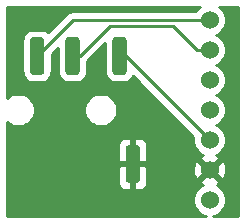
<source format=gbr>
G04 #@! TF.GenerationSoftware,KiCad,Pcbnew,(5.1.5)-3*
G04 #@! TF.CreationDate,2020-12-21T13:14:33+01:00*
G04 #@! TF.ProjectId,epimetheus_mpl3115a2,6570696d-6574-4686-9575-735f6d706c33,rev?*
G04 #@! TF.SameCoordinates,Original*
G04 #@! TF.FileFunction,Copper,L1,Top*
G04 #@! TF.FilePolarity,Positive*
%FSLAX46Y46*%
G04 Gerber Fmt 4.6, Leading zero omitted, Abs format (unit mm)*
G04 Created by KiCad (PCBNEW (5.1.5)-3) date 2020-12-21 13:14:33*
%MOMM*%
%LPD*%
G04 APERTURE LIST*
%ADD10C,1.524000*%
%ADD11C,0.100000*%
%ADD12C,0.250000*%
%ADD13C,0.254000*%
G04 APERTURE END LIST*
D10*
X179578000Y-23368000D03*
X179578000Y-25908000D03*
X179578000Y-28448000D03*
X179578000Y-30988000D03*
X179578000Y-33528000D03*
X179578000Y-36068000D03*
X179578000Y-38608000D03*
G04 #@! TA.AperFunction,SMDPad,CuDef*
D11*
G36*
X165302405Y-24817445D02*
G01*
X165331527Y-24821764D01*
X165360085Y-24828918D01*
X165387805Y-24838836D01*
X165414419Y-24851424D01*
X165439671Y-24866559D01*
X165463318Y-24884097D01*
X165485132Y-24903868D01*
X165504903Y-24925682D01*
X165522441Y-24949329D01*
X165537576Y-24974581D01*
X165550164Y-25001195D01*
X165560082Y-25028915D01*
X165567236Y-25057473D01*
X165571555Y-25086595D01*
X165573000Y-25116000D01*
X165573000Y-27716000D01*
X165571555Y-27745405D01*
X165567236Y-27774527D01*
X165560082Y-27803085D01*
X165550164Y-27830805D01*
X165537576Y-27857419D01*
X165522441Y-27882671D01*
X165504903Y-27906318D01*
X165485132Y-27928132D01*
X165463318Y-27947903D01*
X165439671Y-27965441D01*
X165414419Y-27980576D01*
X165387805Y-27993164D01*
X165360085Y-28003082D01*
X165331527Y-28010236D01*
X165302405Y-28014555D01*
X165273000Y-28016000D01*
X164673000Y-28016000D01*
X164643595Y-28014555D01*
X164614473Y-28010236D01*
X164585915Y-28003082D01*
X164558195Y-27993164D01*
X164531581Y-27980576D01*
X164506329Y-27965441D01*
X164482682Y-27947903D01*
X164460868Y-27928132D01*
X164441097Y-27906318D01*
X164423559Y-27882671D01*
X164408424Y-27857419D01*
X164395836Y-27830805D01*
X164385918Y-27803085D01*
X164378764Y-27774527D01*
X164374445Y-27745405D01*
X164373000Y-27716000D01*
X164373000Y-25116000D01*
X164374445Y-25086595D01*
X164378764Y-25057473D01*
X164385918Y-25028915D01*
X164395836Y-25001195D01*
X164408424Y-24974581D01*
X164423559Y-24949329D01*
X164441097Y-24925682D01*
X164460868Y-24903868D01*
X164482682Y-24884097D01*
X164506329Y-24866559D01*
X164531581Y-24851424D01*
X164558195Y-24838836D01*
X164585915Y-24828918D01*
X164614473Y-24821764D01*
X164643595Y-24817445D01*
X164673000Y-24816000D01*
X165273000Y-24816000D01*
X165302405Y-24817445D01*
G37*
G04 #@! TD.AperFunction*
G04 #@! TA.AperFunction,SMDPad,CuDef*
G36*
X168302405Y-24817445D02*
G01*
X168331527Y-24821764D01*
X168360085Y-24828918D01*
X168387805Y-24838836D01*
X168414419Y-24851424D01*
X168439671Y-24866559D01*
X168463318Y-24884097D01*
X168485132Y-24903868D01*
X168504903Y-24925682D01*
X168522441Y-24949329D01*
X168537576Y-24974581D01*
X168550164Y-25001195D01*
X168560082Y-25028915D01*
X168567236Y-25057473D01*
X168571555Y-25086595D01*
X168573000Y-25116000D01*
X168573000Y-27716000D01*
X168571555Y-27745405D01*
X168567236Y-27774527D01*
X168560082Y-27803085D01*
X168550164Y-27830805D01*
X168537576Y-27857419D01*
X168522441Y-27882671D01*
X168504903Y-27906318D01*
X168485132Y-27928132D01*
X168463318Y-27947903D01*
X168439671Y-27965441D01*
X168414419Y-27980576D01*
X168387805Y-27993164D01*
X168360085Y-28003082D01*
X168331527Y-28010236D01*
X168302405Y-28014555D01*
X168273000Y-28016000D01*
X167673000Y-28016000D01*
X167643595Y-28014555D01*
X167614473Y-28010236D01*
X167585915Y-28003082D01*
X167558195Y-27993164D01*
X167531581Y-27980576D01*
X167506329Y-27965441D01*
X167482682Y-27947903D01*
X167460868Y-27928132D01*
X167441097Y-27906318D01*
X167423559Y-27882671D01*
X167408424Y-27857419D01*
X167395836Y-27830805D01*
X167385918Y-27803085D01*
X167378764Y-27774527D01*
X167374445Y-27745405D01*
X167373000Y-27716000D01*
X167373000Y-25116000D01*
X167374445Y-25086595D01*
X167378764Y-25057473D01*
X167385918Y-25028915D01*
X167395836Y-25001195D01*
X167408424Y-24974581D01*
X167423559Y-24949329D01*
X167441097Y-24925682D01*
X167460868Y-24903868D01*
X167482682Y-24884097D01*
X167506329Y-24866559D01*
X167531581Y-24851424D01*
X167558195Y-24838836D01*
X167585915Y-24828918D01*
X167614473Y-24821764D01*
X167643595Y-24817445D01*
X167673000Y-24816000D01*
X168273000Y-24816000D01*
X168302405Y-24817445D01*
G37*
G04 #@! TD.AperFunction*
G04 #@! TA.AperFunction,SMDPad,CuDef*
G36*
X172287405Y-24817445D02*
G01*
X172316527Y-24821764D01*
X172345085Y-24828918D01*
X172372805Y-24838836D01*
X172399419Y-24851424D01*
X172424671Y-24866559D01*
X172448318Y-24884097D01*
X172470132Y-24903868D01*
X172489903Y-24925682D01*
X172507441Y-24949329D01*
X172522576Y-24974581D01*
X172535164Y-25001195D01*
X172545082Y-25028915D01*
X172552236Y-25057473D01*
X172556555Y-25086595D01*
X172558000Y-25116000D01*
X172558000Y-27716000D01*
X172556555Y-27745405D01*
X172552236Y-27774527D01*
X172545082Y-27803085D01*
X172535164Y-27830805D01*
X172522576Y-27857419D01*
X172507441Y-27882671D01*
X172489903Y-27906318D01*
X172470132Y-27928132D01*
X172448318Y-27947903D01*
X172424671Y-27965441D01*
X172399419Y-27980576D01*
X172372805Y-27993164D01*
X172345085Y-28003082D01*
X172316527Y-28010236D01*
X172287405Y-28014555D01*
X172258000Y-28016000D01*
X171658000Y-28016000D01*
X171628595Y-28014555D01*
X171599473Y-28010236D01*
X171570915Y-28003082D01*
X171543195Y-27993164D01*
X171516581Y-27980576D01*
X171491329Y-27965441D01*
X171467682Y-27947903D01*
X171445868Y-27928132D01*
X171426097Y-27906318D01*
X171408559Y-27882671D01*
X171393424Y-27857419D01*
X171380836Y-27830805D01*
X171370918Y-27803085D01*
X171363764Y-27774527D01*
X171359445Y-27745405D01*
X171358000Y-27716000D01*
X171358000Y-25116000D01*
X171359445Y-25086595D01*
X171363764Y-25057473D01*
X171370918Y-25028915D01*
X171380836Y-25001195D01*
X171393424Y-24974581D01*
X171408559Y-24949329D01*
X171426097Y-24925682D01*
X171445868Y-24903868D01*
X171467682Y-24884097D01*
X171491329Y-24866559D01*
X171516581Y-24851424D01*
X171543195Y-24838836D01*
X171570915Y-24828918D01*
X171599473Y-24821764D01*
X171628595Y-24817445D01*
X171658000Y-24816000D01*
X172258000Y-24816000D01*
X172287405Y-24817445D01*
G37*
G04 #@! TD.AperFunction*
G04 #@! TA.AperFunction,SMDPad,CuDef*
G36*
X173402405Y-33961445D02*
G01*
X173431527Y-33965764D01*
X173460085Y-33972918D01*
X173487805Y-33982836D01*
X173514419Y-33995424D01*
X173539671Y-34010559D01*
X173563318Y-34028097D01*
X173585132Y-34047868D01*
X173604903Y-34069682D01*
X173622441Y-34093329D01*
X173637576Y-34118581D01*
X173650164Y-34145195D01*
X173660082Y-34172915D01*
X173667236Y-34201473D01*
X173671555Y-34230595D01*
X173673000Y-34260000D01*
X173673000Y-36860000D01*
X173671555Y-36889405D01*
X173667236Y-36918527D01*
X173660082Y-36947085D01*
X173650164Y-36974805D01*
X173637576Y-37001419D01*
X173622441Y-37026671D01*
X173604903Y-37050318D01*
X173585132Y-37072132D01*
X173563318Y-37091903D01*
X173539671Y-37109441D01*
X173514419Y-37124576D01*
X173487805Y-37137164D01*
X173460085Y-37147082D01*
X173431527Y-37154236D01*
X173402405Y-37158555D01*
X173373000Y-37160000D01*
X172773000Y-37160000D01*
X172743595Y-37158555D01*
X172714473Y-37154236D01*
X172685915Y-37147082D01*
X172658195Y-37137164D01*
X172631581Y-37124576D01*
X172606329Y-37109441D01*
X172582682Y-37091903D01*
X172560868Y-37072132D01*
X172541097Y-37050318D01*
X172523559Y-37026671D01*
X172508424Y-37001419D01*
X172495836Y-36974805D01*
X172485918Y-36947085D01*
X172478764Y-36918527D01*
X172474445Y-36889405D01*
X172473000Y-36860000D01*
X172473000Y-34260000D01*
X172474445Y-34230595D01*
X172478764Y-34201473D01*
X172485918Y-34172915D01*
X172495836Y-34145195D01*
X172508424Y-34118581D01*
X172523559Y-34093329D01*
X172541097Y-34069682D01*
X172560868Y-34047868D01*
X172582682Y-34028097D01*
X172606329Y-34010559D01*
X172631581Y-33995424D01*
X172658195Y-33982836D01*
X172685915Y-33972918D01*
X172714473Y-33965764D01*
X172743595Y-33961445D01*
X172773000Y-33960000D01*
X173373000Y-33960000D01*
X173402405Y-33961445D01*
G37*
G04 #@! TD.AperFunction*
D12*
X168021000Y-23368000D02*
X164973000Y-26416000D01*
X179578000Y-23368000D02*
X168021000Y-23368000D01*
X171113000Y-23876000D02*
X176468370Y-23876000D01*
X178500370Y-25908000D02*
X179578000Y-25908000D01*
X176468370Y-23876000D02*
X178500370Y-25908000D01*
X168573000Y-26416000D02*
X171113000Y-23876000D01*
X167973000Y-26416000D02*
X168573000Y-26416000D01*
X172466000Y-26416000D02*
X171958000Y-26416000D01*
X179578000Y-33528000D02*
X172466000Y-26416000D01*
D13*
G36*
X178687465Y-22282880D02*
G01*
X178492880Y-22477465D01*
X178405659Y-22608000D01*
X168058323Y-22608000D01*
X168021000Y-22604324D01*
X167983677Y-22608000D01*
X167983667Y-22608000D01*
X167872014Y-22618997D01*
X167728753Y-22662454D01*
X167596723Y-22733026D01*
X167513083Y-22801668D01*
X167480999Y-22827999D01*
X167457201Y-22856997D01*
X165895233Y-24418966D01*
X165794165Y-24336022D01*
X165631985Y-24249334D01*
X165456009Y-24195953D01*
X165273000Y-24177928D01*
X164673000Y-24177928D01*
X164489991Y-24195953D01*
X164314015Y-24249334D01*
X164151835Y-24336022D01*
X164009683Y-24452683D01*
X163893022Y-24594835D01*
X163806334Y-24757015D01*
X163752953Y-24932991D01*
X163734928Y-25116000D01*
X163734928Y-27716000D01*
X163752953Y-27899009D01*
X163806334Y-28074985D01*
X163893022Y-28237165D01*
X164009683Y-28379317D01*
X164151835Y-28495978D01*
X164314015Y-28582666D01*
X164489991Y-28636047D01*
X164673000Y-28654072D01*
X165273000Y-28654072D01*
X165456009Y-28636047D01*
X165631985Y-28582666D01*
X165794165Y-28495978D01*
X165936317Y-28379317D01*
X166052978Y-28237165D01*
X166139666Y-28074985D01*
X166193047Y-27899009D01*
X166211072Y-27716000D01*
X166211072Y-26252729D01*
X166734928Y-25728873D01*
X166734928Y-27716000D01*
X166752953Y-27899009D01*
X166806334Y-28074985D01*
X166893022Y-28237165D01*
X167009683Y-28379317D01*
X167151835Y-28495978D01*
X167314015Y-28582666D01*
X167489991Y-28636047D01*
X167673000Y-28654072D01*
X168273000Y-28654072D01*
X168456009Y-28636047D01*
X168631985Y-28582666D01*
X168794165Y-28495978D01*
X168936317Y-28379317D01*
X169052978Y-28237165D01*
X169139666Y-28074985D01*
X169193047Y-27899009D01*
X169211072Y-27716000D01*
X169211072Y-26852729D01*
X170719928Y-25343874D01*
X170719928Y-27716000D01*
X170737953Y-27899009D01*
X170791334Y-28074985D01*
X170878022Y-28237165D01*
X170994683Y-28379317D01*
X171136835Y-28495978D01*
X171299015Y-28582666D01*
X171474991Y-28636047D01*
X171658000Y-28654072D01*
X172258000Y-28654072D01*
X172441009Y-28636047D01*
X172616985Y-28582666D01*
X172779165Y-28495978D01*
X172921317Y-28379317D01*
X173037978Y-28237165D01*
X173098722Y-28123523D01*
X178211628Y-33236430D01*
X178181000Y-33390408D01*
X178181000Y-33665592D01*
X178234686Y-33935490D01*
X178339995Y-34189727D01*
X178492880Y-34418535D01*
X178687465Y-34613120D01*
X178916273Y-34766005D01*
X178987943Y-34795692D01*
X178974977Y-34800364D01*
X178859020Y-34862344D01*
X178792040Y-35102435D01*
X179578000Y-35888395D01*
X180363960Y-35102435D01*
X180296980Y-34862344D01*
X180161240Y-34798515D01*
X180239727Y-34766005D01*
X180468535Y-34613120D01*
X180663120Y-34418535D01*
X180816005Y-34189727D01*
X180921314Y-33935490D01*
X180975000Y-33665592D01*
X180975000Y-33390408D01*
X180921314Y-33120510D01*
X180816005Y-32866273D01*
X180663120Y-32637465D01*
X180468535Y-32442880D01*
X180239727Y-32289995D01*
X180162485Y-32258000D01*
X180239727Y-32226005D01*
X180468535Y-32073120D01*
X180663120Y-31878535D01*
X180816005Y-31649727D01*
X180921314Y-31395490D01*
X180975000Y-31125592D01*
X180975000Y-30850408D01*
X180921314Y-30580510D01*
X180816005Y-30326273D01*
X180663120Y-30097465D01*
X180468535Y-29902880D01*
X180239727Y-29749995D01*
X180162485Y-29718000D01*
X180239727Y-29686005D01*
X180468535Y-29533120D01*
X180663120Y-29338535D01*
X180816005Y-29109727D01*
X180921314Y-28855490D01*
X180975000Y-28585592D01*
X180975000Y-28310408D01*
X180921314Y-28040510D01*
X180816005Y-27786273D01*
X180663120Y-27557465D01*
X180468535Y-27362880D01*
X180239727Y-27209995D01*
X180162485Y-27178000D01*
X180239727Y-27146005D01*
X180468535Y-26993120D01*
X180663120Y-26798535D01*
X180816005Y-26569727D01*
X180921314Y-26315490D01*
X180975000Y-26045592D01*
X180975000Y-25770408D01*
X180921314Y-25500510D01*
X180816005Y-25246273D01*
X180663120Y-25017465D01*
X180468535Y-24822880D01*
X180239727Y-24669995D01*
X180162485Y-24638000D01*
X180239727Y-24606005D01*
X180468535Y-24453120D01*
X180663120Y-24258535D01*
X180816005Y-24029727D01*
X180921314Y-23775490D01*
X180975000Y-23505592D01*
X180975000Y-23230408D01*
X180921314Y-22960510D01*
X180816005Y-22706273D01*
X180663120Y-22477465D01*
X180468535Y-22282880D01*
X180419327Y-22250000D01*
X181966001Y-22250000D01*
X181966000Y-39980000D01*
X179841276Y-39980000D01*
X179985490Y-39951314D01*
X180239727Y-39846005D01*
X180468535Y-39693120D01*
X180663120Y-39498535D01*
X180816005Y-39269727D01*
X180921314Y-39015490D01*
X180975000Y-38745592D01*
X180975000Y-38470408D01*
X180921314Y-38200510D01*
X180816005Y-37946273D01*
X180663120Y-37717465D01*
X180468535Y-37522880D01*
X180239727Y-37369995D01*
X180168057Y-37340308D01*
X180181023Y-37335636D01*
X180296980Y-37273656D01*
X180363960Y-37033565D01*
X179578000Y-36247605D01*
X178792040Y-37033565D01*
X178859020Y-37273656D01*
X178994760Y-37337485D01*
X178916273Y-37369995D01*
X178687465Y-37522880D01*
X178492880Y-37717465D01*
X178339995Y-37946273D01*
X178234686Y-38200510D01*
X178181000Y-38470408D01*
X178181000Y-38745592D01*
X178234686Y-39015490D01*
X178339995Y-39269727D01*
X178492880Y-39498535D01*
X178687465Y-39693120D01*
X178916273Y-39846005D01*
X179170510Y-39951314D01*
X179314724Y-39980000D01*
X162458000Y-39980000D01*
X162458000Y-37160000D01*
X171834928Y-37160000D01*
X171847188Y-37284482D01*
X171883498Y-37404180D01*
X171942463Y-37514494D01*
X172021815Y-37611185D01*
X172118506Y-37690537D01*
X172228820Y-37749502D01*
X172348518Y-37785812D01*
X172473000Y-37798072D01*
X172787250Y-37795000D01*
X172946000Y-37636250D01*
X172946000Y-35687000D01*
X173200000Y-35687000D01*
X173200000Y-37636250D01*
X173358750Y-37795000D01*
X173673000Y-37798072D01*
X173797482Y-37785812D01*
X173917180Y-37749502D01*
X174027494Y-37690537D01*
X174124185Y-37611185D01*
X174203537Y-37514494D01*
X174262502Y-37404180D01*
X174298812Y-37284482D01*
X174311072Y-37160000D01*
X174308688Y-36140017D01*
X178176090Y-36140017D01*
X178217078Y-36412133D01*
X178310364Y-36671023D01*
X178372344Y-36786980D01*
X178612435Y-36853960D01*
X179398395Y-36068000D01*
X179757605Y-36068000D01*
X180543565Y-36853960D01*
X180783656Y-36786980D01*
X180900756Y-36537952D01*
X180967023Y-36270865D01*
X180979910Y-35995983D01*
X180938922Y-35723867D01*
X180845636Y-35464977D01*
X180783656Y-35349020D01*
X180543565Y-35282040D01*
X179757605Y-36068000D01*
X179398395Y-36068000D01*
X178612435Y-35282040D01*
X178372344Y-35349020D01*
X178255244Y-35598048D01*
X178188977Y-35865135D01*
X178176090Y-36140017D01*
X174308688Y-36140017D01*
X174308000Y-35845750D01*
X174149250Y-35687000D01*
X173200000Y-35687000D01*
X172946000Y-35687000D01*
X171996750Y-35687000D01*
X171838000Y-35845750D01*
X171834928Y-37160000D01*
X162458000Y-37160000D01*
X162458000Y-33960000D01*
X171834928Y-33960000D01*
X171838000Y-35274250D01*
X171996750Y-35433000D01*
X172946000Y-35433000D01*
X172946000Y-33483750D01*
X173200000Y-33483750D01*
X173200000Y-35433000D01*
X174149250Y-35433000D01*
X174308000Y-35274250D01*
X174311072Y-33960000D01*
X174298812Y-33835518D01*
X174262502Y-33715820D01*
X174203537Y-33605506D01*
X174124185Y-33508815D01*
X174027494Y-33429463D01*
X173917180Y-33370498D01*
X173797482Y-33334188D01*
X173673000Y-33321928D01*
X173358750Y-33325000D01*
X173200000Y-33483750D01*
X172946000Y-33483750D01*
X172787250Y-33325000D01*
X172473000Y-33321928D01*
X172348518Y-33334188D01*
X172228820Y-33370498D01*
X172118506Y-33429463D01*
X172021815Y-33508815D01*
X171942463Y-33605506D01*
X171883498Y-33715820D01*
X171847188Y-33835518D01*
X171834928Y-33960000D01*
X162458000Y-33960000D01*
X162458000Y-32031685D01*
X162490114Y-32063799D01*
X162716957Y-32215371D01*
X162969011Y-32319775D01*
X163236589Y-32373000D01*
X163509411Y-32373000D01*
X163776989Y-32319775D01*
X164029043Y-32215371D01*
X164255886Y-32063799D01*
X164448799Y-31870886D01*
X164600371Y-31644043D01*
X164704775Y-31391989D01*
X164758000Y-31124411D01*
X164758000Y-30851589D01*
X168988000Y-30851589D01*
X168988000Y-31124411D01*
X169041225Y-31391989D01*
X169145629Y-31644043D01*
X169297201Y-31870886D01*
X169490114Y-32063799D01*
X169716957Y-32215371D01*
X169969011Y-32319775D01*
X170236589Y-32373000D01*
X170509411Y-32373000D01*
X170776989Y-32319775D01*
X171029043Y-32215371D01*
X171255886Y-32063799D01*
X171448799Y-31870886D01*
X171600371Y-31644043D01*
X171704775Y-31391989D01*
X171758000Y-31124411D01*
X171758000Y-30851589D01*
X171704775Y-30584011D01*
X171600371Y-30331957D01*
X171448799Y-30105114D01*
X171255886Y-29912201D01*
X171029043Y-29760629D01*
X170776989Y-29656225D01*
X170509411Y-29603000D01*
X170236589Y-29603000D01*
X169969011Y-29656225D01*
X169716957Y-29760629D01*
X169490114Y-29912201D01*
X169297201Y-30105114D01*
X169145629Y-30331957D01*
X169041225Y-30584011D01*
X168988000Y-30851589D01*
X164758000Y-30851589D01*
X164704775Y-30584011D01*
X164600371Y-30331957D01*
X164448799Y-30105114D01*
X164255886Y-29912201D01*
X164029043Y-29760629D01*
X163776989Y-29656225D01*
X163509411Y-29603000D01*
X163236589Y-29603000D01*
X162969011Y-29656225D01*
X162716957Y-29760629D01*
X162490114Y-29912201D01*
X162458000Y-29944315D01*
X162458000Y-22250000D01*
X178736673Y-22250000D01*
X178687465Y-22282880D01*
G37*
X178687465Y-22282880D02*
X178492880Y-22477465D01*
X178405659Y-22608000D01*
X168058323Y-22608000D01*
X168021000Y-22604324D01*
X167983677Y-22608000D01*
X167983667Y-22608000D01*
X167872014Y-22618997D01*
X167728753Y-22662454D01*
X167596723Y-22733026D01*
X167513083Y-22801668D01*
X167480999Y-22827999D01*
X167457201Y-22856997D01*
X165895233Y-24418966D01*
X165794165Y-24336022D01*
X165631985Y-24249334D01*
X165456009Y-24195953D01*
X165273000Y-24177928D01*
X164673000Y-24177928D01*
X164489991Y-24195953D01*
X164314015Y-24249334D01*
X164151835Y-24336022D01*
X164009683Y-24452683D01*
X163893022Y-24594835D01*
X163806334Y-24757015D01*
X163752953Y-24932991D01*
X163734928Y-25116000D01*
X163734928Y-27716000D01*
X163752953Y-27899009D01*
X163806334Y-28074985D01*
X163893022Y-28237165D01*
X164009683Y-28379317D01*
X164151835Y-28495978D01*
X164314015Y-28582666D01*
X164489991Y-28636047D01*
X164673000Y-28654072D01*
X165273000Y-28654072D01*
X165456009Y-28636047D01*
X165631985Y-28582666D01*
X165794165Y-28495978D01*
X165936317Y-28379317D01*
X166052978Y-28237165D01*
X166139666Y-28074985D01*
X166193047Y-27899009D01*
X166211072Y-27716000D01*
X166211072Y-26252729D01*
X166734928Y-25728873D01*
X166734928Y-27716000D01*
X166752953Y-27899009D01*
X166806334Y-28074985D01*
X166893022Y-28237165D01*
X167009683Y-28379317D01*
X167151835Y-28495978D01*
X167314015Y-28582666D01*
X167489991Y-28636047D01*
X167673000Y-28654072D01*
X168273000Y-28654072D01*
X168456009Y-28636047D01*
X168631985Y-28582666D01*
X168794165Y-28495978D01*
X168936317Y-28379317D01*
X169052978Y-28237165D01*
X169139666Y-28074985D01*
X169193047Y-27899009D01*
X169211072Y-27716000D01*
X169211072Y-26852729D01*
X170719928Y-25343874D01*
X170719928Y-27716000D01*
X170737953Y-27899009D01*
X170791334Y-28074985D01*
X170878022Y-28237165D01*
X170994683Y-28379317D01*
X171136835Y-28495978D01*
X171299015Y-28582666D01*
X171474991Y-28636047D01*
X171658000Y-28654072D01*
X172258000Y-28654072D01*
X172441009Y-28636047D01*
X172616985Y-28582666D01*
X172779165Y-28495978D01*
X172921317Y-28379317D01*
X173037978Y-28237165D01*
X173098722Y-28123523D01*
X178211628Y-33236430D01*
X178181000Y-33390408D01*
X178181000Y-33665592D01*
X178234686Y-33935490D01*
X178339995Y-34189727D01*
X178492880Y-34418535D01*
X178687465Y-34613120D01*
X178916273Y-34766005D01*
X178987943Y-34795692D01*
X178974977Y-34800364D01*
X178859020Y-34862344D01*
X178792040Y-35102435D01*
X179578000Y-35888395D01*
X180363960Y-35102435D01*
X180296980Y-34862344D01*
X180161240Y-34798515D01*
X180239727Y-34766005D01*
X180468535Y-34613120D01*
X180663120Y-34418535D01*
X180816005Y-34189727D01*
X180921314Y-33935490D01*
X180975000Y-33665592D01*
X180975000Y-33390408D01*
X180921314Y-33120510D01*
X180816005Y-32866273D01*
X180663120Y-32637465D01*
X180468535Y-32442880D01*
X180239727Y-32289995D01*
X180162485Y-32258000D01*
X180239727Y-32226005D01*
X180468535Y-32073120D01*
X180663120Y-31878535D01*
X180816005Y-31649727D01*
X180921314Y-31395490D01*
X180975000Y-31125592D01*
X180975000Y-30850408D01*
X180921314Y-30580510D01*
X180816005Y-30326273D01*
X180663120Y-30097465D01*
X180468535Y-29902880D01*
X180239727Y-29749995D01*
X180162485Y-29718000D01*
X180239727Y-29686005D01*
X180468535Y-29533120D01*
X180663120Y-29338535D01*
X180816005Y-29109727D01*
X180921314Y-28855490D01*
X180975000Y-28585592D01*
X180975000Y-28310408D01*
X180921314Y-28040510D01*
X180816005Y-27786273D01*
X180663120Y-27557465D01*
X180468535Y-27362880D01*
X180239727Y-27209995D01*
X180162485Y-27178000D01*
X180239727Y-27146005D01*
X180468535Y-26993120D01*
X180663120Y-26798535D01*
X180816005Y-26569727D01*
X180921314Y-26315490D01*
X180975000Y-26045592D01*
X180975000Y-25770408D01*
X180921314Y-25500510D01*
X180816005Y-25246273D01*
X180663120Y-25017465D01*
X180468535Y-24822880D01*
X180239727Y-24669995D01*
X180162485Y-24638000D01*
X180239727Y-24606005D01*
X180468535Y-24453120D01*
X180663120Y-24258535D01*
X180816005Y-24029727D01*
X180921314Y-23775490D01*
X180975000Y-23505592D01*
X180975000Y-23230408D01*
X180921314Y-22960510D01*
X180816005Y-22706273D01*
X180663120Y-22477465D01*
X180468535Y-22282880D01*
X180419327Y-22250000D01*
X181966001Y-22250000D01*
X181966000Y-39980000D01*
X179841276Y-39980000D01*
X179985490Y-39951314D01*
X180239727Y-39846005D01*
X180468535Y-39693120D01*
X180663120Y-39498535D01*
X180816005Y-39269727D01*
X180921314Y-39015490D01*
X180975000Y-38745592D01*
X180975000Y-38470408D01*
X180921314Y-38200510D01*
X180816005Y-37946273D01*
X180663120Y-37717465D01*
X180468535Y-37522880D01*
X180239727Y-37369995D01*
X180168057Y-37340308D01*
X180181023Y-37335636D01*
X180296980Y-37273656D01*
X180363960Y-37033565D01*
X179578000Y-36247605D01*
X178792040Y-37033565D01*
X178859020Y-37273656D01*
X178994760Y-37337485D01*
X178916273Y-37369995D01*
X178687465Y-37522880D01*
X178492880Y-37717465D01*
X178339995Y-37946273D01*
X178234686Y-38200510D01*
X178181000Y-38470408D01*
X178181000Y-38745592D01*
X178234686Y-39015490D01*
X178339995Y-39269727D01*
X178492880Y-39498535D01*
X178687465Y-39693120D01*
X178916273Y-39846005D01*
X179170510Y-39951314D01*
X179314724Y-39980000D01*
X162458000Y-39980000D01*
X162458000Y-37160000D01*
X171834928Y-37160000D01*
X171847188Y-37284482D01*
X171883498Y-37404180D01*
X171942463Y-37514494D01*
X172021815Y-37611185D01*
X172118506Y-37690537D01*
X172228820Y-37749502D01*
X172348518Y-37785812D01*
X172473000Y-37798072D01*
X172787250Y-37795000D01*
X172946000Y-37636250D01*
X172946000Y-35687000D01*
X173200000Y-35687000D01*
X173200000Y-37636250D01*
X173358750Y-37795000D01*
X173673000Y-37798072D01*
X173797482Y-37785812D01*
X173917180Y-37749502D01*
X174027494Y-37690537D01*
X174124185Y-37611185D01*
X174203537Y-37514494D01*
X174262502Y-37404180D01*
X174298812Y-37284482D01*
X174311072Y-37160000D01*
X174308688Y-36140017D01*
X178176090Y-36140017D01*
X178217078Y-36412133D01*
X178310364Y-36671023D01*
X178372344Y-36786980D01*
X178612435Y-36853960D01*
X179398395Y-36068000D01*
X179757605Y-36068000D01*
X180543565Y-36853960D01*
X180783656Y-36786980D01*
X180900756Y-36537952D01*
X180967023Y-36270865D01*
X180979910Y-35995983D01*
X180938922Y-35723867D01*
X180845636Y-35464977D01*
X180783656Y-35349020D01*
X180543565Y-35282040D01*
X179757605Y-36068000D01*
X179398395Y-36068000D01*
X178612435Y-35282040D01*
X178372344Y-35349020D01*
X178255244Y-35598048D01*
X178188977Y-35865135D01*
X178176090Y-36140017D01*
X174308688Y-36140017D01*
X174308000Y-35845750D01*
X174149250Y-35687000D01*
X173200000Y-35687000D01*
X172946000Y-35687000D01*
X171996750Y-35687000D01*
X171838000Y-35845750D01*
X171834928Y-37160000D01*
X162458000Y-37160000D01*
X162458000Y-33960000D01*
X171834928Y-33960000D01*
X171838000Y-35274250D01*
X171996750Y-35433000D01*
X172946000Y-35433000D01*
X172946000Y-33483750D01*
X173200000Y-33483750D01*
X173200000Y-35433000D01*
X174149250Y-35433000D01*
X174308000Y-35274250D01*
X174311072Y-33960000D01*
X174298812Y-33835518D01*
X174262502Y-33715820D01*
X174203537Y-33605506D01*
X174124185Y-33508815D01*
X174027494Y-33429463D01*
X173917180Y-33370498D01*
X173797482Y-33334188D01*
X173673000Y-33321928D01*
X173358750Y-33325000D01*
X173200000Y-33483750D01*
X172946000Y-33483750D01*
X172787250Y-33325000D01*
X172473000Y-33321928D01*
X172348518Y-33334188D01*
X172228820Y-33370498D01*
X172118506Y-33429463D01*
X172021815Y-33508815D01*
X171942463Y-33605506D01*
X171883498Y-33715820D01*
X171847188Y-33835518D01*
X171834928Y-33960000D01*
X162458000Y-33960000D01*
X162458000Y-32031685D01*
X162490114Y-32063799D01*
X162716957Y-32215371D01*
X162969011Y-32319775D01*
X163236589Y-32373000D01*
X163509411Y-32373000D01*
X163776989Y-32319775D01*
X164029043Y-32215371D01*
X164255886Y-32063799D01*
X164448799Y-31870886D01*
X164600371Y-31644043D01*
X164704775Y-31391989D01*
X164758000Y-31124411D01*
X164758000Y-30851589D01*
X168988000Y-30851589D01*
X168988000Y-31124411D01*
X169041225Y-31391989D01*
X169145629Y-31644043D01*
X169297201Y-31870886D01*
X169490114Y-32063799D01*
X169716957Y-32215371D01*
X169969011Y-32319775D01*
X170236589Y-32373000D01*
X170509411Y-32373000D01*
X170776989Y-32319775D01*
X171029043Y-32215371D01*
X171255886Y-32063799D01*
X171448799Y-31870886D01*
X171600371Y-31644043D01*
X171704775Y-31391989D01*
X171758000Y-31124411D01*
X171758000Y-30851589D01*
X171704775Y-30584011D01*
X171600371Y-30331957D01*
X171448799Y-30105114D01*
X171255886Y-29912201D01*
X171029043Y-29760629D01*
X170776989Y-29656225D01*
X170509411Y-29603000D01*
X170236589Y-29603000D01*
X169969011Y-29656225D01*
X169716957Y-29760629D01*
X169490114Y-29912201D01*
X169297201Y-30105114D01*
X169145629Y-30331957D01*
X169041225Y-30584011D01*
X168988000Y-30851589D01*
X164758000Y-30851589D01*
X164704775Y-30584011D01*
X164600371Y-30331957D01*
X164448799Y-30105114D01*
X164255886Y-29912201D01*
X164029043Y-29760629D01*
X163776989Y-29656225D01*
X163509411Y-29603000D01*
X163236589Y-29603000D01*
X162969011Y-29656225D01*
X162716957Y-29760629D01*
X162490114Y-29912201D01*
X162458000Y-29944315D01*
X162458000Y-22250000D01*
X178736673Y-22250000D01*
X178687465Y-22282880D01*
M02*

</source>
